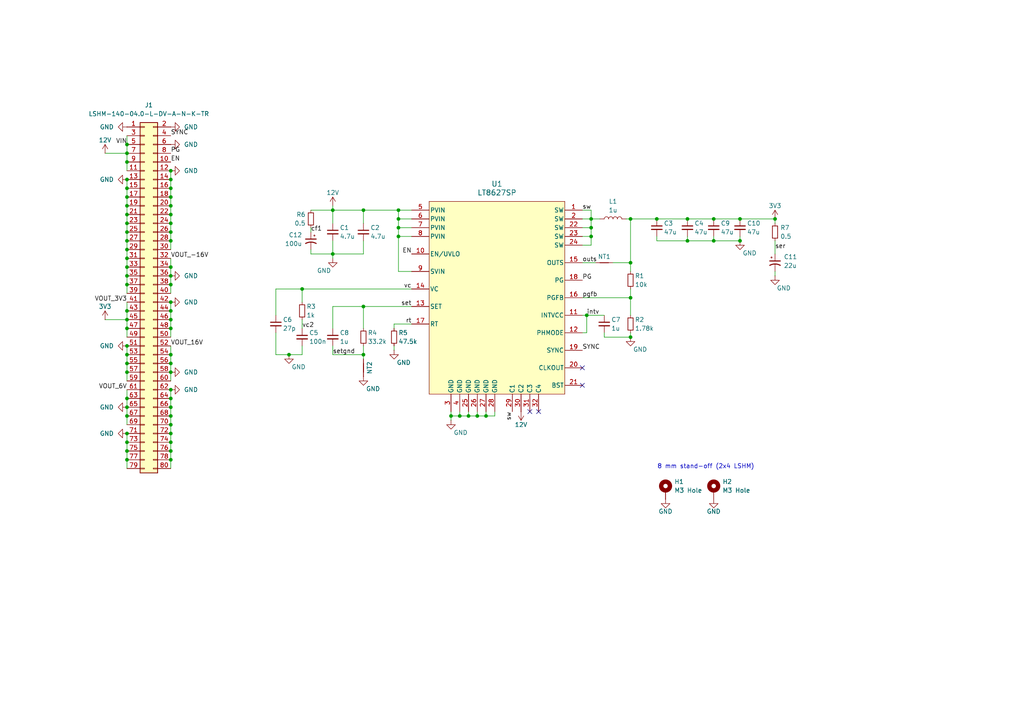
<source format=kicad_sch>
(kicad_sch (version 20250114) (generator "eeschema") (generator_version "9.0")
  (paper "A4")
  (lib_symbols
    (symbol "Connector_Generic:Conn_02x40_Odd_Even" (pin_names (offset 1.016) (hide yes))
      (property "Reference" "J" (at 1.27 50.8 0))
      (property "Value" "Conn_02x40_Odd_Even" (at 1.27 -53.34 0))
      (symbol "Conn_02x40_Odd_Even_1_1"
        (rectangle (start -1.27 49.53) (end 3.81 -52.07) (stroke (width 0.254)) (fill (type background)))
        (rectangle (start -1.27 48.387) (end 0 48.133) (stroke (width 0.1524)))
        (rectangle (start -1.27 45.847) (end 0 45.593) (stroke (width 0.1524)))
        (rectangle (start -1.27 43.307) (end 0 43.053) (stroke (width 0.1524)))
        (rectangle (start -1.27 40.767) (end 0 40.513) (stroke (width 0.1524)))
        (rectangle (start -1.27 38.227) (end 0 37.973) (stroke (width 0.1524)))
        (rectangle (start -1.27 35.687) (end 0 35.433) (stroke (width 0.1524)))
        (rectangle (start -1.27 33.147) (end 0 32.893) (stroke (width 0.1524)))
        (rectangle (start -1.27 30.607) (end 0 30.353) (stroke (width 0.1524)))
        (rectangle (start -1.27 28.067) (end 0 27.813) (stroke (width 0.1524)))
        (rectangle (start -1.27 25.527) (end 0 25.273) (stroke (width 0.1524)))
        (rectangle (start -1.27 22.987) (end 0 22.733) (stroke (width 0.1524)))
        (rectangle (start -1.27 20.447) (end 0 20.193) (stroke (width 0.1524)))
        (rectangle (start -1.27 17.907) (end 0 17.653) (stroke (width 0.1524)))
        (rectangle (start -1.27 15.367) (end 0 15.113) (stroke (width 0.1524)))
        (rectangle (start -1.27 12.827) (end 0 12.573) (stroke (width 0.1524)))
        (rectangle (start -1.27 10.287) (end 0 10.033) (stroke (width 0.1524)))
        (rectangle (start -1.27 7.747) (end 0 7.493) (stroke (width 0.1524)))
        (rectangle (start -1.27 5.207) (end 0 4.953) (stroke (width 0.1524)))
        (rectangle (start -1.27 2.667) (end 0 2.413) (stroke (width 0.1524)))
        (rectangle (start -1.27 0.127) (end 0 -0.127) (stroke (width 0.1524)))
        (rectangle (start -1.27 -2.413) (end 0 -2.667) (stroke (width 0.1524)))
        (rectangle (start -1.27 -4.953) (end 0 -5.207) (stroke (width 0.1524)))
        (rectangle (start -1.27 -7.493) (end 0 -7.747) (stroke (width 0.1524)))
        (rectangle (start -1.27 -10.033) (end 0 -10.287) (stroke (width 0.1524)))
        (rectangle (start -1.27 -12.573) (end 0 -12.827) (stroke (width 0.1524)))
        (rectangle (start -1.27 -15.113) (end 0 -15.367) (stroke (width 0.1524)))
        (rectangle (start -1.27 -17.653) (end 0 -17.907) (stroke (width 0.1524)))
        (rectangle (start -1.27 -20.193) (end 0 -20.447) (stroke (width 0.1524)))
        (rectangle (start -1.27 -22.733) (end 0 -22.987) (stroke (width 0.1524)))
        (rectangle (start -1.27 -25.273) (end 0 -25.527) (stroke (width 0.1524)))
        (rectangle (start -1.27 -27.813) (end 0 -28.067) (stroke (width 0.1524)))
        (rectangle (start -1.27 -30.353) (end 0 -30.607) (stroke (width 0.1524)))
        (rectangle (start -1.27 -32.893) (end 0 -33.147) (stroke (width 0.1524)))
        (rectangle (start -1.27 -35.433) (end 0 -35.687) (stroke (width 0.1524)))
        (rectangle (start -1.27 -37.973) (end 0 -38.227) (stroke (width 0.1524)))
        (rectangle (start -1.27 -40.513) (end 0 -40.767) (stroke (width 0.1524)))
        (rectangle (start -1.27 -43.053) (end 0 -43.307) (stroke (width 0.1524)))
        (rectangle (start -1.27 -45.593) (end 0 -45.847) (stroke (width 0.1524)))
        (rectangle (start -1.27 -48.133) (end 0 -48.387) (stroke (width 0.1524)))
        (rectangle (start -1.27 -50.673) (end 0 -50.927) (stroke (width 0.1524)))
        (rectangle (start 3.81 48.387) (end 2.54 48.133) (stroke (width 0.1524)))
        (rectangle (start 3.81 45.847) (end 2.54 45.593) (stroke (width 0.1524)))
        (rectangle (start 3.81 43.307) (end 2.54 43.053) (stroke (width 0.1524)))
        (rectangle (start 3.81 40.767) (end 2.54 40.513) (stroke (width 0.1524)))
        (rectangle (start 3.81 38.227) (end 2.54 37.973) (stroke (width 0.1524)))
        (rectangle (start 3.81 35.687) (end 2.54 35.433) (stroke (width 0.1524)))
        (rectangle (start 3.81 33.147) (end 2.54 32.893) (stroke (width 0.1524)))
        (rectangle (start 3.81 30.607) (end 2.54 30.353) (stroke (width 0.1524)))
        (rectangle (start 3.81 28.067) (end 2.54 27.813) (stroke (width 0.1524)))
        (rectangle (start 3.81 25.527) (end 2.54 25.273) (stroke (width 0.1524)))
        (rectangle (start 3.81 22.987) (end 2.54 22.733) (stroke (width 0.1524)))
        (rectangle (start 3.81 20.447) (end 2.54 20.193) (stroke (width 0.1524)))
        (rectangle (start 3.81 17.907) (end 2.54 17.653) (stroke (width 0.1524)))
        (rectangle (start 3.81 15.367) (end 2.54 15.113) (stroke (width 0.1524)))
        (rectangle (start 3.81 12.827) (end 2.54 12.573) (stroke (width 0.1524)))
        (rectangle (start 3.81 10.287) (end 2.54 10.033) (stroke (width 0.1524)))
        (rectangle (start 3.81 7.747) (end 2.54 7.493) (stroke (width 0.1524)))
        (rectangle (start 3.81 5.207) (end 2.54 4.953) (stroke (width 0.1524)))
        (rectangle (start 3.81 2.667) (end 2.54 2.413) (stroke (width 0.1524)))
        (rectangle (start 3.81 0.127) (end 2.54 -0.127) (stroke (width 0.1524)))
        (rectangle (start 3.81 -2.413) (end 2.54 -2.667) (stroke (width 0.1524)))
        (rectangle (start 3.81 -4.953) (end 2.54 -5.207) (stroke (width 0.1524)))
        (rectangle (start 3.81 -7.493) (end 2.54 -7.747) (stroke (width 0.1524)))
        (rectangle (start 3.81 -10.033) (end 2.54 -10.287) (stroke (width 0.1524)))
        (rectangle (start 3.81 -12.573) (end 2.54 -12.827) (stroke (width 0.1524)))
        (rectangle (start 3.81 -15.113) (end 2.54 -15.367) (stroke (width 0.1524)))
        (rectangle (start 3.81 -17.653) (end 2.54 -17.907) (stroke (width 0.1524)))
        (rectangle (start 3.81 -20.193) (end 2.54 -20.447) (stroke (width 0.1524)))
        (rectangle (start 3.81 -22.733) (end 2.54 -22.987) (stroke (width 0.1524)))
        (rectangle (start 3.81 -25.273) (end 2.54 -25.527) (stroke (width 0.1524)))
        (rectangle (start 3.81 -27.813) (end 2.54 -28.067) (stroke (width 0.1524)))
        (rectangle (start 3.81 -30.353) (end 2.54 -30.607) (stroke (width 0.1524)))
        (rectangle (start 3.81 -32.893) (end 2.54 -33.147) (stroke (width 0.1524)))
        (rectangle (start 3.81 -35.433) (end 2.54 -35.687) (stroke (width 0.1524)))
        (rectangle (start 3.81 -37.973) (end 2.54 -38.227) (stroke (width 0.1524)))
        (rectangle (start 3.81 -40.513) (end 2.54 -40.767) (stroke (width 0.1524)))
        (rectangle (start 3.81 -43.053) (end 2.54 -43.307) (stroke (width 0.1524)))
        (rectangle (start 3.81 -45.593) (end 2.54 -45.847) (stroke (width 0.1524)))
        (rectangle (start 3.81 -48.133) (end 2.54 -48.387) (stroke (width 0.1524)))
        (rectangle (start 3.81 -50.673) (end 2.54 -50.927) (stroke (width 0.1524)))
        (pin passive line (at -5.08 48.26 0) (length 3.81) (name "Pin_1") (number "1"))
        (pin passive line (at -5.08 45.72 0) (length 3.81) (name "Pin_3") (number "3"))
        (pin passive line (at -5.08 43.18 0) (length 3.81) (name "Pin_5") (number "5"))
        (pin passive line (at -5.08 40.64 0) (length 3.81) (name "Pin_7") (number "7"))
        (pin passive line (at -5.08 38.1 0) (length 3.81) (name "Pin_9") (number "9"))
        (pin passive line (at -5.08 35.56 0) (length 3.81) (name "Pin_11") (number "11"))
        (pin passive line (at -5.08 33.02 0) (length 3.81) (name "Pin_13") (number "13"))
        (pin passive line (at -5.08 30.48 0) (length 3.81) (name "Pin_15") (number "15"))
        (pin passive line (at -5.08 27.94 0) (length 3.81) (name "Pin_17") (number "17"))
        (pin passive line (at -5.08 25.4 0) (length 3.81) (name "Pin_19") (number "19"))
        (pin passive line (at -5.08 22.86 0) (length 3.81) (name "Pin_21") (number "21"))
        (pin passive line (at -5.08 20.32 0) (length 3.81) (name "Pin_23") (number "23"))
        (pin passive line (at -5.08 17.78 0) (length 3.81) (name "Pin_25") (number "25"))
        (pin passive line (at -5.08 15.24 0) (length 3.81) (name "Pin_27") (number "27"))
        (pin passive line (at -5.08 12.7 0) (length 3.81) (name "Pin_29") (number "29"))
        (pin passive line (at -5.08 10.16 0) (length 3.81) (name "Pin_31") (number "31"))
        (pin passive line (at -5.08 7.62 0) (length 3.81) (name "Pin_33") (number "33"))
        (pin passive line (at -5.08 5.08 0) (length 3.81) (name "Pin_35") (number "35"))
        (pin passive line (at -5.08 2.54 0) (length 3.81) (name "Pin_37") (number "37"))
        (pin passive line (at -5.08 0 0) (length 3.81) (name "Pin_39") (number "39"))
        (pin passive line (at -5.08 -2.54 0) (length 3.81) (name "Pin_41") (number "41"))
        (pin passive line (at -5.08 -5.08 0) (length 3.81) (name "Pin_43") (number "43"))
        (pin passive line (at -5.08 -7.62 0) (length 3.81) (name "Pin_45") (number "45"))
        (pin passive line (at -5.08 -10.16 0) (length 3.81) (name "Pin_47") (number "47"))
        (pin passive line (at -5.08 -12.7 0) (length 3.81) (name "Pin_49") (number "49"))
        (pin passive line (at -5.08 -15.24 0) (length 3.81) (name "Pin_51") (number "51"))
        (pin passive line (at -5.08 -17.78 0) (length 3.81) (name "Pin_53") (number "53"))
        (pin passive line (at -5.08 -20.32 0) (length 3.81) (name "Pin_55") (number "55"))
        (pin passive line (at -5.08 -22.86 0) (length 3.81) (name "Pin_57") (number "57"))
        (pin passive line (at -5.08 -25.4 0) (length 3.81) (name "Pin_59") (number "59"))
        (pin passive line (at -5.08 -27.94 0) (length 3.81) (name "Pin_61") (number "61"))
        (pin passive line (at -5.08 -30.48 0) (length 3.81) (name "Pin_63") (number "63"))
        (pin passive line (at -5.08 -33.02 0) (length 3.81) (name "Pin_65") (number "65"))
        (pin passive line (at -5.08 -35.56 0) (length 3.81) (name "Pin_67") (number "67"))
        (pin passive line (at -5.08 -38.1 0) (length 3.81) (name "Pin_69") (number "69"))
        (pin passive line (at -5.08 -40.64 0) (length 3.81) (name "Pin_71") (number "71"))
        (pin passive line (at -5.08 -43.18 0) (length 3.81) (name "Pin_73") (number "73"))
        (pin passive line (at -5.08 -45.72 0) (length 3.81) (name "Pin_75") (number "75"))
        (pin passive line (at -5.08 -48.26 0) (length 3.81) (name "Pin_77") (number "77"))
        (pin passive line (at -5.08 -50.8 0) (length 3.81) (name "Pin_79") (number "79"))
        (pin passive line (at 7.62 48.26 180) (length 3.81) (name "Pin_2") (number "2"))
        (pin passive line (at 7.62 45.72 180) (length 3.81) (name "Pin_4") (number "4"))
        (pin passive line (at 7.62 43.18 180) (length 3.81) (name "Pin_6") (number "6"))
        (pin passive line (at 7.62 40.64 180) (length 3.81) (name "Pin_8") (number "8"))
        (pin passive line (at 7.62 38.1 180) (length 3.81) (name "Pin_10") (number "10"))
        (pin passive line (at 7.62 35.56 180) (length 3.81) (name "Pin_12") (number "12"))
        (pin passive line (at 7.62 33.02 180) (length 3.81) (name "Pin_14") (number "14"))
        (pin passive line (at 7.62 30.48 180) (length 3.81) (name "Pin_16") (number "16"))
        (pin passive line (at 7.62 27.94 180) (length 3.81) (name "Pin_18") (number "18"))
        (pin passive line (at 7.62 25.4 180) (length 3.81) (name "Pin_20") (number "20"))
        (pin passive line (at 7.62 22.86 180) (length 3.81) (name "Pin_22") (number "22"))
        (pin passive line (at 7.62 20.32 180) (length 3.81) (name "Pin_24") (number "24"))
        (pin passive line (at 7.62 17.78 180) (length 3.81) (name "Pin_26") (number "26"))
        (pin passive line (at 7.62 15.24 180) (length 3.81) (name "Pin_28") (number "28"))
        (pin passive line (at 7.62 12.7 180) (length 3.81) (name "Pin_30") (number "30"))
        (pin passive line (at 7.62 10.16 180) (length 3.81) (name "Pin_32") (number "32"))
        (pin passive line (at 7.62 7.62 180) (length 3.81) (name "Pin_34") (number "34"))
        (pin passive line (at 7.62 5.08 180) (length 3.81) (name "Pin_36") (number "36"))
        (pin passive line (at 7.62 2.54 180) (length 3.81) (name "Pin_38") (number "38"))
        (pin passive line (at 7.62 0 180) (length 3.81) (name "Pin_40") (number "40"))
        (pin passive line (at 7.62 -2.54 180) (length 3.81) (name "Pin_42") (number "42"))
        (pin passive line (at 7.62 -5.08 180) (length 3.81) (name "Pin_44") (number "44"))
        (pin passive line (at 7.62 -7.62 180) (length 3.81) (name "Pin_46") (number "46"))
        (pin passive line (at 7.62 -10.16 180) (length 3.81) (name "Pin_48") (number "48"))
        (pin passive line (at 7.62 -12.7 180) (length 3.81) (name "Pin_50") (number "50"))
        (pin passive line (at 7.62 -15.24 180) (length 3.81) (name "Pin_52") (number "52"))
        (pin passive line (at 7.62 -17.78 180) (length 3.81) (name "Pin_54") (number "54"))
        (pin passive line (at 7.62 -20.32 180) (length 3.81) (name "Pin_56") (number "56"))
        (pin passive line (at 7.62 -22.86 180) (length 3.81) (name "Pin_58") (number "58"))
        (pin passive line (at 7.62 -25.4 180) (length 3.81) (name "Pin_60") (number "60"))
        (pin passive line (at 7.62 -27.94 180) (length 3.81) (name "Pin_62") (number "62"))
        (pin passive line (at 7.62 -30.48 180) (length 3.81) (name "Pin_64") (number "64"))
        (pin passive line (at 7.62 -33.02 180) (length 3.81) (name "Pin_66") (number "66"))
        (pin passive line (at 7.62 -35.56 180) (length 3.81) (name "Pin_68") (number "68"))
        (pin passive line (at 7.62 -38.1 180) (length 3.81) (name "Pin_70") (number "70"))
        (pin passive line (at 7.62 -40.64 180) (length 3.81) (name "Pin_72") (number "72"))
        (pin passive line (at 7.62 -43.18 180) (length 3.81) (name "Pin_74") (number "74"))
        (pin passive line (at 7.62 -45.72 180) (length 3.81) (name "Pin_76") (number "76"))
        (pin passive line (at 7.62 -48.26 180) (length 3.81) (name "Pin_78") (number "78"))
        (pin passive line (at 7.62 -50.8 180) (length 3.81) (name "Pin_80") (number "80"))
      )
    )
    (symbol "Device:C_Polarized_Small_US" (pin_numbers (hide yes)) (pin_names (offset 0.254) (hide yes))
      (property "Reference" "C" (at 0.254 1.778 0))
      (property "Value" "C_Polarized_Small_US" (at 0.254 -2.032 0))
      (symbol "C_Polarized_Small_US_0_1"
        (polyline (pts (xy -1.524 0.508) (xy 1.524 0.508)) (stroke (width 0.3048)))
        (polyline (pts (xy -1.27 1.524) (xy -0.762 1.524)))
        (polyline (pts (xy -1.016 1.27) (xy -1.016 1.778)))
        (arc (start -1.524 -0.762) (mid 0 -0.3734) (end 1.524 -0.762) (stroke (width 0.3048)))
      )
      (symbol "C_Polarized_Small_US_1_1"
        (pin passive line (at 0 2.54 270) (length 2.032) (name "~") (number "1"))
        (pin passive line (at 0 -2.54 90) (length 2.032) (name "~") (number "2"))
      )
    )
    (symbol "Device:C_Small" (pin_numbers (hide yes)) (pin_names (offset 0.254) (hide yes))
      (property "Reference" "C" (at 0.254 1.778 0))
      (property "Value" "C_Small" (at 0.254 -2.032 0))
      (symbol "C_Small_0_1"
        (polyline (pts (xy -1.524 0.508) (xy 1.524 0.508)) (stroke (width 0.3048)))
        (polyline (pts (xy -1.524 -0.508) (xy 1.524 -0.508)) (stroke (width 0.3302)))
      )
      (symbol "C_Small_1_1"
        (pin passive line (at 0 2.54 270) (length 2.032) (name "~") (number "1"))
        (pin passive line (at 0 -2.54 90) (length 2.032) (name "~") (number "2"))
      )
    )
    (symbol "Device:L" (pin_numbers (hide yes)) (pin_names (offset 1.016) (hide yes))
      (property "Reference" "L" (at -1.27 0 90))
      (property "Value" "L" (at 1.905 0 90))
      (symbol "L_0_1"
        (arc (start 0 2.54) (mid 0.6323 1.905) (end 0 1.27))
        (arc (start 0 1.27) (mid 0.6323 0.635) (end 0 0))
        (arc (start 0 0) (mid 0.6323 -0.635) (end 0 -1.27))
        (arc (start 0 -1.27) (mid 0.6323 -1.905) (end 0 -2.54))
      )
      (symbol "L_1_1"
        (pin passive line (at 0 3.81 270) (length 1.27) (name "1") (number "1"))
        (pin passive line (at 0 -3.81 90) (length 1.27) (name "2") (number "2"))
      )
    )
    (symbol "Device:NetTie_2" (pin_numbers (hide yes)) (pin_names (offset 0) (hide yes)) (in_bom no)
      (property "Reference" "NT" (at 0 1.27 0))
      (property "Value" "NetTie_2" (at 0 -1.27 0))
      (symbol "NetTie_2_0_1"
        (polyline (pts (xy -1.27 0) (xy 1.27 0)) (stroke (width 0.254)))
      )
      (symbol "NetTie_2_1_1"
        (pin passive line (at -2.54 0 0) (length 2.54) (name "1") (number "1"))
        (pin passive line (at 2.54 0 180) (length 2.54) (name "2") (number "2"))
      )
    )
    (symbol "Device:R_Small" (pin_numbers (hide yes)) (pin_names (offset 0.254) (hide yes))
      (property "Reference" "R" (at 0 0 90))
      (property "Value" "R_Small" (at 1.778 0 90))
      (symbol "R_Small_0_1"
        (rectangle (start -0.762 1.778) (end 0.762 -1.778) (stroke (width 0.2032)))
      )
      (symbol "R_Small_1_1"
        (pin passive line (at 0 2.54 270) (length 0.762) (name "~") (number "1"))
        (pin passive line (at 0 -2.54 90) (length 0.762) (name "~") (number "2"))
      )
    )
    (symbol "Mechanical:MountingHole_Pad" (pin_numbers (hide yes)) (pin_names (offset 1.016) (hide yes)) (in_bom no)
      (property "Reference" "H" (at 0 6.35 0))
      (property "Value" "MountingHole_Pad" (at 0 4.445 0))
      (symbol "MountingHole_Pad_0_1"
        (circle (center 0 1.27) (radius 1.27) (stroke (width 1.27)))
      )
      (symbol "MountingHole_Pad_1_1"
        (pin input line (at 0 -2.54 90) (length 2.54) (name "1") (number "1"))
      )
    )
    (symbol "lib:LT8627SP" (pin_names (offset 0.254))
      (property "Reference" "U" (at 0.254 30.734 0))
      (property "Value" "LT8627SP" (at 0.254 28.194 0))
      (symbol "LT8627SP_1_1"
        (rectangle (start -19.05 25.4) (end 20.32 -30.48) (fill (type background)))
        (pin power_in line (at -24.13 22.86 0) (length 5.08) (name "PVIN") (number "5"))
        (pin power_in line (at -24.13 20.32 0) (length 5.08) (name "PVIN") (number "6"))
        (pin power_in line (at -24.13 17.78 0) (length 5.08) (name "PVIN") (number "7"))
        (pin power_in line (at -24.13 15.24 0) (length 5.08) (name "PVIN") (number "8"))
        (pin unspecified line (at -24.13 10.16 0) (length 5.08) (name "EN/UVLO") (number "10"))
        (pin unspecified line (at -24.13 5.08 0) (length 5.08) (name "SVIN") (number "9"))
        (pin unspecified line (at -24.13 0 0) (length 5.08) (name "VC") (number "14"))
        (pin unspecified line (at -24.13 -5.08 0) (length 5.08) (name "SET") (number "13"))
        (pin unspecified line (at -24.13 -10.16 0) (length 5.08) (name "RT") (number "17"))
        (pin power_out line (at -12.7 -35.56 90) (length 5.08) (name "GND") (number "3"))
        (pin power_out line (at -10.16 -35.56 90) (length 5.08) (name "GND") (number "4"))
        (pin power_out line (at -7.62 -35.56 90) (length 5.08) (name "GND") (number "25"))
        (pin power_out line (at -5.08 -35.56 90) (length 5.08) (name "GND") (number "26"))
        (pin power_out line (at -2.54 -35.56 90) (length 5.08) (name "GND") (number "27"))
        (pin power_out line (at 0 -35.56 90) (length 5.08) (name "GND") (number "28"))
        (pin free line (at 5.08 -35.56 90) (length 5.08) (name "C1") (number "29"))
        (pin free line (at 7.62 -35.56 90) (length 5.08) (name "C2") (number "30"))
        (pin free line (at 10.16 -35.56 90) (length 5.08) (name "C3") (number "31"))
        (pin free line (at 12.7 -35.56 90) (length 5.08) (name "C4") (number "32"))
        (pin unspecified line (at 25.4 22.86 180) (length 5.08) (name "SW") (number "1"))
        (pin unspecified line (at 25.4 20.32 180) (length 5.08) (name "SW") (number "2"))
        (pin unspecified line (at 25.4 17.78 180) (length 5.08) (name "SW") (number "22"))
        (pin unspecified line (at 25.4 15.24 180) (length 5.08) (name "SW") (number "23"))
        (pin unspecified line (at 25.4 12.7 180) (length 5.08) (name "SW") (number "24"))
        (pin unspecified line (at 25.4 7.62 180) (length 5.08) (name "OUTS") (number "15"))
        (pin unspecified line (at 25.4 2.54 180) (length 5.08) (name "PG") (number "18"))
        (pin unspecified line (at 25.4 -2.54 180) (length 5.08) (name "PGFB") (number "16"))
        (pin unspecified line (at 25.4 -7.62 180) (length 5.08) (name "INTVCC") (number "11"))
        (pin unspecified line (at 25.4 -12.7 180) (length 5.08) (name "PHMODE") (number "12"))
        (pin unspecified line (at 25.4 -17.78 180) (length 5.08) (name "SYNC") (number "19"))
        (pin output line (at 25.4 -22.86 180) (length 5.08) (name "CLKOUT") (number "20"))
        (pin unspecified line (at 25.4 -27.94 180) (length 5.08) (name "BST") (number "21"))
      )
    )
    (symbol "power:+12V" (power) (pin_numbers (hide yes)) (pin_names (offset 0) (hide yes))
      (property "Value" "+12V" (at 0 3.556 0))
      (symbol "+12V_0_1"
        (polyline (pts (xy -0.762 1.27) (xy 0 2.54)))
        (polyline (pts (xy 0 2.54) (xy 0.762 1.27)))
        (polyline (pts (xy 0 0) (xy 0 2.54)))
      )
      (symbol "+12V_1_1"
        (pin power_in line (at 0 0 90) (length 0) (name "~") (number "1"))
      )
    )
    (symbol "power:GND" (power) (pin_numbers (hide yes)) (pin_names (offset 0) (hide yes))
      (property "Value" "GND" (at 0 -3.81 0))
      (symbol "GND_0_1"
        (polyline (pts (xy 0 0) (xy 0 -1.27) (xy 1.27 -1.27) (xy 0 -2.54) (xy -1.27 -1.27) (xy 0 -1.27)))
      )
      (symbol "GND_1_1"
        (pin power_in line (at 0 0 270) (length 0) (name "~") (number "1"))
      )
    )
  )
  (text "8 mm stand-off (2x4 LSHM)" (at 204.724 135.382 0) (effects (font (size 1.27 1.27))))
  (junction (at 182.88 86.36))
  (junction (at 170.18 91.44))
  (junction (at 207.01 63.5))
  (junction (at 115.57 63.5))
  (junction (at 36.83 74.93))
  (junction (at 105.41 102.87))
  (junction (at 49.53 54.61))
  (junction (at 36.83 118.11))
  (junction (at 49.53 82.55))
  (junction (at 49.53 52.07))
  (junction (at 96.52 73.66))
  (junction (at 49.53 125.73))
  (junction (at 36.83 128.27))
  (junction (at 199.39 69.85))
  (junction (at 115.57 66.04))
  (junction (at 36.83 133.35))
  (junction (at 36.83 100.33))
  (junction (at 49.53 123.19))
  (junction (at 36.83 44.45))
  (junction (at 49.53 95.25))
  (junction (at 49.53 77.47))
  (junction (at 36.83 59.69))
  (junction (at 224.79 63.5))
  (junction (at 182.88 63.5))
  (junction (at 49.53 128.27))
  (junction (at 207.01 69.85))
  (junction (at 36.83 107.95))
  (junction (at 115.57 60.96))
  (junction (at 49.53 102.87))
  (junction (at 36.83 52.07))
  (junction (at 36.83 77.47))
  (junction (at 49.53 113.03))
  (junction (at 36.83 72.39))
  (junction (at 115.57 68.58))
  (junction (at 49.53 62.23))
  (junction (at 96.52 60.96))
  (junction (at 36.83 41.91))
  (junction (at 49.53 49.53))
  (junction (at 36.83 92.71))
  (junction (at 214.63 69.85))
  (junction (at 49.53 115.57))
  (junction (at 49.53 92.71))
  (junction (at 49.53 64.77))
  (junction (at 171.45 66.04))
  (junction (at 190.5 63.5))
  (junction (at 36.83 130.81))
  (junction (at 214.63 63.5))
  (junction (at 87.63 83.82))
  (junction (at 49.53 90.17))
  (junction (at 140.97 120.65))
  (junction (at 36.83 67.31))
  (junction (at 36.83 57.15))
  (junction (at 49.53 130.81))
  (junction (at 36.83 80.01))
  (junction (at 199.39 63.5))
  (junction (at 49.53 105.41))
  (junction (at 83.82 102.87))
  (junction (at 135.89 120.65))
  (junction (at 36.83 102.87))
  (junction (at 49.53 87.63))
  (junction (at 49.53 120.65))
  (junction (at 49.53 107.95))
  (junction (at 49.53 80.01))
  (junction (at 36.83 125.73))
  (junction (at 49.53 67.31))
  (junction (at 49.53 59.69))
  (junction (at 36.83 95.25))
  (junction (at 105.41 60.96))
  (junction (at 36.83 120.65))
  (junction (at 133.35 120.65))
  (junction (at 36.83 82.55))
  (junction (at 49.53 118.11))
  (junction (at 36.83 115.57))
  (junction (at 36.83 64.77))
  (junction (at 36.83 62.23))
  (junction (at 182.88 76.2))
  (junction (at 138.43 120.65))
  (junction (at 36.83 90.17))
  (junction (at 36.83 54.61))
  (junction (at 171.45 63.5))
  (junction (at 36.83 105.41))
  (junction (at 105.41 88.9))
  (junction (at 36.83 46.99))
  (junction (at 49.53 69.85))
  (junction (at 182.88 97.79))
  (junction (at 36.83 69.85))
  (junction (at 49.53 133.35))
  (junction (at 49.53 57.15))
  (junction (at 171.45 68.58))
  (junction (at 130.81 120.65))
  (no_connect (at 168.91 106.68))
  (no_connect (at 168.91 111.76))
  (no_connect (at 153.67 119.38))
  (no_connect (at 156.21 119.38))
  (wire (pts (xy 36.83 113.03) (xy 36.83 115.57)))
  (wire (pts (xy 30.48 44.45) (xy 36.83 44.45)))
  (wire (pts (xy 168.91 76.2) (xy 172.72 76.2)))
  (wire (pts (xy 87.63 100.33) (xy 87.63 102.87)))
  (wire (pts (xy 171.45 71.12) (xy 171.45 68.58)))
  (wire (pts (xy 80.01 91.44) (xy 80.01 83.82)))
  (wire (pts (xy 49.53 128.27) (xy 49.53 130.81)))
  (wire (pts (xy 182.88 76.2) (xy 182.88 63.5)))
  (wire (pts (xy 168.91 91.44) (xy 170.18 91.44)))
  (wire (pts (xy 36.83 105.41) (xy 36.83 107.95)))
  (wire (pts (xy 36.83 52.07) (xy 36.83 54.61)))
  (wire (pts (xy 87.63 83.82) (xy 119.38 83.82)))
  (wire (pts (xy 36.83 118.11) (xy 36.83 115.57)))
  (wire (pts (xy 96.52 74.93) (xy 96.52 73.66)))
  (wire (pts (xy 49.53 54.61) (xy 49.53 57.15)))
  (wire (pts (xy 36.83 77.47) (xy 36.83 80.01)))
  (wire (pts (xy 36.83 59.69) (xy 36.83 62.23)))
  (wire (pts (xy 36.83 125.73) (xy 36.83 128.27)))
  (wire (pts (xy 177.8 76.2) (xy 182.88 76.2)))
  (wire (pts (xy 96.52 73.66) (xy 105.41 73.66)))
  (wire (pts (xy 182.88 83.82) (xy 182.88 86.36)))
  (wire (pts (xy 49.53 125.73) (xy 49.53 128.27)))
  (wire (pts (xy 182.88 96.52) (xy 182.88 97.79)))
  (wire (pts (xy 207.01 69.85) (xy 199.39 69.85)))
  (wire (pts (xy 36.83 107.95) (xy 36.83 110.49)))
  (wire (pts (xy 115.57 63.5) (xy 119.38 63.5)))
  (wire (pts (xy 105.41 100.33) (xy 105.41 102.87)))
  (wire (pts (xy 207.01 68.58) (xy 207.01 69.85)))
  (wire (pts (xy 36.83 133.35) (xy 36.83 135.89)))
  (wire (pts (xy 130.81 120.65) (xy 130.81 119.38)))
  (wire (pts (xy 168.91 66.04) (xy 171.45 66.04)))
  (wire (pts (xy 36.83 41.91) (xy 36.83 39.37)))
  (wire (pts (xy 105.41 88.9) (xy 119.38 88.9)))
  (wire (pts (xy 36.83 92.71) (xy 36.83 95.25)))
  (wire (pts (xy 115.57 66.04) (xy 119.38 66.04)))
  (wire (pts (xy 80.01 102.87) (xy 83.82 102.87)))
  (wire (pts (xy 182.88 76.2) (xy 182.88 78.74)))
  (wire (pts (xy 49.53 105.41) (xy 49.53 107.95)))
  (wire (pts (xy 36.83 95.25) (xy 36.83 97.79)))
  (wire (pts (xy 105.41 104.14) (xy 105.41 102.87)))
  (wire (pts (xy 115.57 78.74) (xy 115.57 68.58)))
  (wire (pts (xy 49.53 120.65) (xy 49.53 123.19)))
  (wire (pts (xy 80.01 96.52) (xy 80.01 102.87)))
  (wire (pts (xy 49.53 123.19) (xy 49.53 125.73)))
  (wire (pts (xy 36.83 90.17) (xy 36.83 92.71)))
  (wire (pts (xy 168.91 96.52) (xy 170.18 96.52)))
  (wire (pts (xy 49.53 92.71) (xy 49.53 95.25)))
  (wire (pts (xy 36.83 64.77) (xy 36.83 67.31)))
  (wire (pts (xy 49.53 67.31) (xy 49.53 69.85)))
  (wire (pts (xy 49.53 74.93) (xy 49.53 77.47)))
  (wire (pts (xy 36.83 57.15) (xy 36.83 59.69)))
  (wire (pts (xy 96.52 60.96) (xy 105.41 60.96)))
  (wire (pts (xy 36.83 44.45) (xy 36.83 46.99)))
  (wire (pts (xy 115.57 68.58) (xy 115.57 66.04)))
  (wire (pts (xy 49.53 62.23) (xy 49.53 64.77)))
  (wire (pts (xy 182.88 63.5) (xy 190.5 63.5)))
  (wire (pts (xy 214.63 68.58) (xy 214.63 69.85)))
  (wire (pts (xy 105.41 73.66) (xy 105.41 69.85)))
  (wire (pts (xy 135.89 120.65) (xy 138.43 120.65)))
  (wire (pts (xy 96.52 102.87) (xy 105.41 102.87)))
  (wire (pts (xy 90.17 60.96) (xy 96.52 60.96)))
  (wire (pts (xy 214.63 63.5) (xy 207.01 63.5)))
  (wire (pts (xy 105.41 64.77) (xy 105.41 60.96)))
  (wire (pts (xy 138.43 119.38) (xy 138.43 120.65)))
  (wire (pts (xy 96.52 64.77) (xy 96.52 60.96)))
  (wire (pts (xy 96.52 73.66) (xy 96.52 69.85)))
  (wire (pts (xy 96.52 59.69) (xy 96.52 60.96)))
  (wire (pts (xy 130.81 120.65) (xy 133.35 120.65)))
  (wire (pts (xy 171.45 66.04) (xy 171.45 63.5)))
  (wire (pts (xy 140.97 120.65) (xy 143.51 120.65)))
  (wire (pts (xy 224.79 73.66) (xy 224.79 69.85)))
  (wire (pts (xy 96.52 88.9) (xy 105.41 88.9)))
  (wire (pts (xy 36.83 80.01) (xy 36.83 82.55)))
  (wire (pts (xy 168.91 63.5) (xy 171.45 63.5)))
  (wire (pts (xy 115.57 63.5) (xy 115.57 60.96)))
  (wire (pts (xy 49.53 115.57) (xy 49.53 118.11)))
  (wire (pts (xy 182.88 86.36) (xy 182.88 91.44)))
  (wire (pts (xy 36.83 120.65) (xy 36.83 123.19)))
  (wire (pts (xy 199.39 69.85) (xy 199.39 68.58)))
  (wire (pts (xy 133.35 120.65) (xy 135.89 120.65)))
  (wire (pts (xy 49.53 118.11) (xy 49.53 120.65)))
  (wire (pts (xy 90.17 73.66) (xy 96.52 73.66)))
  (wire (pts (xy 36.83 67.31) (xy 36.83 69.85)))
  (wire (pts (xy 49.53 113.03) (xy 49.53 115.57)))
  (wire (pts (xy 170.18 91.44) (xy 170.18 96.52)))
  (wire (pts (xy 224.79 64.77) (xy 224.79 63.5)))
  (wire (pts (xy 190.5 68.58) (xy 190.5 69.85)))
  (wire (pts (xy 36.83 46.99) (xy 36.83 49.53)))
  (wire (pts (xy 168.91 86.36) (xy 182.88 86.36)))
  (wire (pts (xy 49.53 87.63) (xy 49.53 90.17)))
  (wire (pts (xy 90.17 72.39) (xy 90.17 73.66)))
  (wire (pts (xy 36.83 102.87) (xy 36.83 105.41)))
  (wire (pts (xy 175.26 91.44) (xy 170.18 91.44)))
  (wire (pts (xy 49.53 49.53) (xy 49.53 52.07)))
  (wire (pts (xy 30.48 92.71) (xy 36.83 92.71)))
  (wire (pts (xy 168.91 71.12) (xy 171.45 71.12)))
  (wire (pts (xy 119.38 93.98) (xy 114.3 93.98)))
  (wire (pts (xy 135.89 119.38) (xy 135.89 120.65)))
  (wire (pts (xy 80.01 83.82) (xy 87.63 83.82)))
  (wire (pts (xy 36.83 41.91) (xy 36.83 44.45)))
  (wire (pts (xy 133.35 119.38) (xy 133.35 120.65)))
  (wire (pts (xy 36.83 118.11) (xy 36.83 120.65)))
  (wire (pts (xy 49.53 69.85) (xy 49.53 72.39)))
  (wire (pts (xy 49.53 102.87) (xy 49.53 105.41)))
  (wire (pts (xy 168.91 60.96) (xy 171.45 60.96)))
  (wire (pts (xy 140.97 119.38) (xy 140.97 120.65)))
  (wire (pts (xy 214.63 69.85) (xy 207.01 69.85)))
  (wire (pts (xy 83.82 102.87) (xy 87.63 102.87)))
  (wire (pts (xy 49.53 130.81) (xy 49.53 133.35)))
  (wire (pts (xy 49.53 90.17) (xy 49.53 92.71)))
  (wire (pts (xy 49.53 52.07) (xy 49.53 54.61)))
  (wire (pts (xy 87.63 87.63) (xy 87.63 83.82)))
  (wire (pts (xy 36.83 100.33) (xy 36.83 102.87)))
  (wire (pts (xy 36.83 128.27) (xy 36.83 130.81)))
  (wire (pts (xy 36.83 62.23) (xy 36.83 64.77)))
  (wire (pts (xy 49.53 80.01) (xy 49.53 82.55)))
  (wire (pts (xy 36.83 87.63) (xy 36.83 90.17)))
  (wire (pts (xy 190.5 63.5) (xy 199.39 63.5)))
  (wire (pts (xy 49.53 95.25) (xy 49.53 97.79)))
  (wire (pts (xy 171.45 68.58) (xy 171.45 66.04)))
  (wire (pts (xy 181.61 63.5) (xy 182.88 63.5)))
  (wire (pts (xy 114.3 93.98) (xy 114.3 95.25)))
  (wire (pts (xy 36.83 74.93) (xy 36.83 77.47)))
  (wire (pts (xy 36.83 130.81) (xy 36.83 133.35)))
  (wire (pts (xy 190.5 69.85) (xy 199.39 69.85)))
  (wire (pts (xy 175.26 97.79) (xy 182.88 97.79)))
  (wire (pts (xy 138.43 120.65) (xy 140.97 120.65)))
  (wire (pts (xy 49.53 82.55) (xy 49.53 85.09)))
  (wire (pts (xy 49.53 64.77) (xy 49.53 67.31)))
  (wire (pts (xy 114.3 101.6) (xy 114.3 100.33)))
  (wire (pts (xy 36.83 54.61) (xy 36.83 57.15)))
  (wire (pts (xy 49.53 107.95) (xy 49.53 110.49)))
  (wire (pts (xy 49.53 133.35) (xy 49.53 135.89)))
  (wire (pts (xy 36.83 72.39) (xy 36.83 74.93)))
  (wire (pts (xy 36.83 69.85) (xy 36.83 72.39)))
  (wire (pts (xy 214.63 63.5) (xy 224.79 63.5)))
  (wire (pts (xy 207.01 63.5) (xy 199.39 63.5)))
  (wire (pts (xy 90.17 67.31) (xy 90.17 66.04)))
  (wire (pts (xy 49.53 59.69) (xy 49.53 62.23)))
  (wire (pts (xy 115.57 66.04) (xy 115.57 63.5)))
  (wire (pts (xy 119.38 78.74) (xy 115.57 78.74)))
  (wire (pts (xy 96.52 100.33) (xy 96.52 102.87)))
  (wire (pts (xy 175.26 96.52) (xy 175.26 97.79)))
  (wire (pts (xy 49.53 57.15) (xy 49.53 59.69)))
  (wire (pts (xy 224.79 80.01) (xy 224.79 78.74)))
  (wire (pts (xy 105.41 60.96) (xy 115.57 60.96)))
  (wire (pts (xy 96.52 95.25) (xy 96.52 88.9)))
  (wire (pts (xy 115.57 60.96) (xy 119.38 60.96)))
  (wire (pts (xy 171.45 63.5) (xy 171.45 60.96)))
  (wire (pts (xy 49.53 77.47) (xy 49.53 80.01)))
  (wire (pts (xy 143.51 119.38) (xy 143.51 120.65)))
  (wire (pts (xy 115.57 68.58) (xy 119.38 68.58)))
  (wire (pts (xy 171.45 63.5) (xy 173.99 63.5)))
  (wire (pts (xy 36.83 82.55) (xy 36.83 85.09)))
  (wire (pts (xy 49.53 100.33) (xy 49.53 102.87)))
  (wire (pts (xy 87.63 92.71) (xy 87.63 95.25)))
  (wire (pts (xy 168.91 68.58) (xy 171.45 68.58)))
  (wire (pts (xy 130.81 121.92) (xy 130.81 120.65)))
  (wire (pts (xy 105.41 95.25) (xy 105.41 88.9)))
  (label "intv" (at 170.18 91.44 0))
  (label "VOUT_3V3" (at 36.83 87.63 180))
  (label "setgnd" (at 96.52 102.87 0))
  (label "outs" (at 168.91 76.2 0))
  (label "vc2" (at 87.63 95.25 0))
  (label "SYNC" (at 49.53 39.37 0))
  (label "set" (at 119.38 88.9 180))
  (label "SYNC" (at 168.91 101.6 0))
  (label "cf1" (at 90.17 67.31 0))
  (label "rt" (at 119.38 93.98 180))
  (label "pgfb" (at 168.91 86.36 0))
  (label "VOUT_6V" (at 36.83 113.03 180))
  (label "vc" (at 119.38 83.82 180))
  (label "PG" (at 49.53 44.45 0))
  (label "VOUT_-16V" (at 49.53 74.93 0))
  (label "ser" (at 224.79 72.39 0))
  (label "VOUT_16V" (at 49.53 100.33 0))
  (label "sw" (at 148.59 119.38 270))
  (label "EN" (at 119.38 73.66 180))
  (label "VIN" (at 36.83 41.91 180))
  (label "sw" (at 168.91 60.96 0))
  (label "EN" (at 49.53 46.99 0))
  (label "PG" (at 168.91 81.28 0))
  (symbol (lib_id "Device:R_Small") (at 182.88 81.28 0) (unit 1)
    (property "Reference" "R1" (at 184.15 80.01 0) (effects (justify left)))
    (property "Value" "10k" (at 184.15 82.55 0) (effects (justify left)))
    (property "Footprint" "Resistor_SMD:R_0603_1608Metric" (effects (hide yes)))
    (property "Description" "10 kOhms ±1% 0.125W, 1/8W Chip Resistor 0603 (1608 Metric) Automotive AEC-Q200 Thick Film" (effects (hide yes)))
    (property "M" "Vishay" (effects (hide yes)))
    (property "MPN" "CRCW060310K0FKEA" (effects (hide yes)))
  )
  (symbol (lib_id "Device:R_Small") (at 105.41 97.79 0) (unit 1)
    (property "Reference" "R4" (at 106.68 96.52 0) (effects (justify left)))
    (property "Value" "33.2k" (at 106.68 99.06 0) (effects (justify left)))
    (property "Footprint" "Resistor_SMD:R_0603_1608Metric" (effects (hide yes)))
    (property "Description" "33.2 kOhms ±1% 0.125W, 1/8W Chip Resistor 0603 (1608 Metric) Automotive AEC-Q200 Thick Film" (effects (hide yes)))
    (property "M" "Vishay" (effects (hide yes)))
    (property "MPN" "CRCW060333K2FKEA" (effects (hide yes)))
  )
  (symbol (lib_id "power:GND") (at 49.53 87.63 90) (unit 1)
    (property "Reference" "#PWR012" (effects (hide yes)))
    (property "Value" "GND" (at 53.34 87.6299 90) (effects (justify right)))
    (property "Description" "Power symbol creates a global label with name \"GND\" , ground" (effects (hide yes)))
  )
  (symbol (lib_id "Device:R_Small") (at 182.88 93.98 0) (unit 1)
    (property "Reference" "R2" (at 184.15 92.71 0) (effects (justify left)))
    (property "Value" "1.78k" (at 184.15 95.25 0) (effects (justify left)))
    (property "Footprint" "Resistor_SMD:R_0603_1608Metric" (effects (hide yes)))
    (property "Description" "1.78 kOhms ±1% 0.125W, 1/8W Chip Resistor 0603 (1608 Metric) Automotive AEC-Q200 Thick Film" (effects (hide yes)))
    (property "M" "Vishay" (effects (hide yes)))
    (property "MPN" "CRCW06031K78FKEA" (effects (hide yes)))
  )
  (symbol (lib_id "power:GND") (at 193.04 144.78 0) (unit 1)
    (property "Reference" "#PWR025" (effects (hide yes)))
    (property "Value" "GND" (at 195.072 148.336 0) (effects (justify right)))
    (property "Description" "Power symbol creates a global label with name \"GND\" , ground" (effects (hide yes)))
  )
  (symbol (lib_id "Device:C_Small") (at 190.5 66.04 0) (unit 1)
    (property "Reference" "C3" (at 192.532 64.77 0) (effects (justify left)))
    (property "Value" "47u" (at 192.532 67.31 0) (effects (justify left)))
    (property "Footprint" "Capacitor_SMD:C_1210_3225Metric" (effects (hide yes)))
    (property "Description" "47 µF ±20% 25V Ceramic Capacitor X5R 1210 (3225 Metric)" (effects (hide yes)))
    (property "M" "TAIYO YUDEN" (effects (hide yes)))
    (property "MPN" "TMK325ABJ476MM-P" (effects (hide yes)))
  )
  (symbol (lib_id "Device:R_Small") (at 114.3 97.79 0) (unit 1)
    (property "Reference" "R5" (at 115.57 96.52 0) (effects (justify left)))
    (property "Value" "47.5k" (at 115.57 99.06 0) (effects (justify left)))
    (property "Footprint" "Resistor_SMD:R_0603_1608Metric" (effects (hide yes)))
    (property "Description" "47.5 kOhms ±1% 0.125W, 1/8W Chip Resistor 0603 (1608 Metric) Automotive AEC-Q200 Thick Film" (effects (hide yes)))
    (property "M" "Vishay" (effects (hide yes)))
    (property "MPN" "CRCW060347K5FKEA" (effects (hide yes)))
  )
  (symbol (lib_id "Device:C_Small") (at 175.26 93.98 0) (unit 1)
    (property "Reference" "C7" (at 177.292 92.71 0) (effects (justify left)))
    (property "Value" "1u" (at 177.292 95.25 0) (effects (justify left)))
    (property "Footprint" "Capacitor_SMD:C_0805_2012Metric" (effects (hide yes)))
    (property "Description" "1 µF ±10% 50V Ceramic Capacitor X7R 0805 (2012 Metric)" (effects (hide yes)))
    (property "M" "Murata" (effects (hide yes)))
    (property "MPN" "GCM21BR71H105KA03L" (effects (hide yes)))
  )
  (symbol (lib_id "Device:C_Small") (at 87.63 97.79 0) (unit 1)
    (property "Reference" "C5" (at 89.662 96.52 0) (effects (justify left)))
    (property "Value" "100n" (at 89.662 99.06 0) (effects (justify left)))
    (property "Footprint" "Capacitor_SMD:C_1206_3216Metric" (effects (hide yes)))
    (property "Description" "0.1 µF ±1% 50V Ceramic Capacitor C0G, NP0 1206 (3216 Metric)" (effects (hide yes)))
    (property "M" "Murata" (effects (hide yes)))
    (property "MPN" "GCM31C5C1H104FA16L" (effects (hide yes)))
  )
  (symbol (lib_id "power:GND") (at 214.63 69.85 0) (unit 1)
    (property "Reference" "#PWR010" (effects (hide yes)))
    (property "Value" "GND" (at 217.424 73.406 0))
    (property "Description" "Power symbol creates a global label with name \"GND\" , ground" (effects (hide yes)))
  )
  (symbol (lib_id "power:GND") (at 36.83 36.83 270) (unit 1)
    (property "Reference" "#PWR01" (effects (hide yes)))
    (property "Value" "GND" (at 33.02 36.8299 90) (effects (justify right)))
    (property "Description" "Power symbol creates a global label with name \"GND\" , ground" (effects (hide yes)))
  )
  (symbol (lib_id "power:GND") (at 224.79 80.01 0) (mirror y) (unit 1)
    (property "Reference" "#PWR027" (effects (hide yes)))
    (property "Value" "GND" (at 227.33 83.566 0))
    (property "Description" "Power symbol creates a global label with name \"GND\" , ground" (effects (hide yes)))
  )
  (symbol (lib_id "power:GND") (at 96.52 74.93 0) (unit 1)
    (property "Reference" "#PWR09" (effects (hide yes)))
    (property "Value" "GND" (at 93.98 78.486 0))
    (property "Description" "Power symbol creates a global label with name \"GND\" , ground" (effects (hide yes)))
  )
  (symbol (lib_id "Device:C_Small") (at 96.52 67.31 0) (unit 1)
    (property "Reference" "C1" (at 98.552 66.04 0) (effects (justify left)))
    (property "Value" "4.7u" (at 98.552 68.58 0) (effects (justify left)))
    (property "Footprint" "Capacitor_SMD:C_1210_3225Metric" (effects (hide yes)))
    (property "Description" "4.7 µF ±10% 50V Ceramic Capacitor X7R 1210 (3225 Metric)" (effects (hide yes)))
    (property "M" "Murata" (effects (hide yes)))
    (property "MPN" "GCM32ER71H475KA55K" (effects (hide yes)))
  )
  (symbol (lib_id "power:GND") (at 36.83 125.73 270) (unit 1)
    (property "Reference" "#PWR024" (effects (hide yes)))
    (property "Value" "GND" (at 33.02 125.7299 90) (effects (justify right)))
    (property "Description" "Power symbol creates a global label with name \"GND\" , ground" (effects (hide yes)))
  )
  (symbol (lib_id "Device:C_Small") (at 214.63 66.04 0) (unit 1)
    (property "Reference" "C10" (at 216.662 64.77 0) (effects (justify left)))
    (property "Value" "47u" (at 216.662 67.31 0) (effects (justify left)))
    (property "Footprint" "Capacitor_SMD:C_1210_3225Metric" (effects (hide yes)))
    (property "Description" "47 µF ±20% 25V Ceramic Capacitor X5R 1210 (3225 Metric)" (effects (hide yes)))
    (property "M" "TAIYO YUDEN" (effects (hide yes)))
    (property "MPN" "TMK325ABJ476MM-P" (effects (hide yes)))
  )
  (symbol (lib_id "power:GND") (at 49.53 49.53 90) (unit 1)
    (property "Reference" "#PWR05" (effects (hide yes)))
    (property "Value" "GND" (at 53.34 49.5299 90) (effects (justify right)))
    (property "Description" "Power symbol creates a global label with name \"GND\" , ground" (effects (hide yes)))
  )
  (symbol (lib_id "Device:C_Polarized_Small_US") (at 224.79 76.2 0) (unit 1)
    (property "Reference" "C11" (at 227.33 74.4981 0) (effects (justify left)))
    (property "Value" "22u" (at 227.33 77.0381 0) (effects (justify left)))
    (property "Footprint" "Capacitor_Tantalum_SMD:CP_EIA-7343-20_Kemet-V" (effects (hide yes)))
    (property "Description" "22 µF Molded Tantalum Polymer Capacitor 25 V 2917 (7343 Metric) 40mOhm @ 100kHz" (effects (hide yes)))
    (property "M" "KEMET" (effects (hide yes)))
    (property "MPN" "T521V226M025ATE040" (effects (hide yes)))
  )
  (symbol (lib_id "power:GND") (at 49.53 80.01 90) (unit 1)
    (property "Reference" "#PWR011" (effects (hide yes)))
    (property "Value" "GND" (at 53.34 80.0099 90) (effects (justify right)))
    (property "Description" "Power symbol creates a global label with name \"GND\" , ground" (effects (hide yes)))
  )
  (symbol (lib_id "Device:C_Small") (at 96.52 97.79 0) (unit 1)
    (property "Reference" "C8" (at 98.552 96.52 0) (effects (justify left)))
    (property "Value" "1u" (at 98.552 99.06 0) (effects (justify left)))
    (property "Footprint" "Capacitor_SMD:C_0805_2012Metric" (effects (hide yes)))
    (property "Description" "1 µF ±10% 50V Ceramic Capacitor X7R 0805 (2012 Metric)" (effects (hide yes)))
    (property "M" "Murata" (effects (hide yes)))
    (property "MPN" "GCM21BR71H105KA03L" (effects (hide yes)))
  )
  (symbol (lib_id "power:GND") (at 130.81 121.92 0) (unit 1)
    (property "Reference" "#PWR023" (effects (hide yes)))
    (property "Value" "GND" (at 133.604 125.476 0))
    (property "Description" "Power symbol creates a global label with name \"GND\" , ground" (effects (hide yes)))
  )
  (symbol (lib_id "Device:C_Small") (at 199.39 66.04 0) (unit 1)
    (property "Reference" "C4" (at 201.422 64.77 0) (effects (justify left)))
    (property "Value" "47u" (at 201.422 67.31 0) (effects (justify left)))
    (property "Footprint" "Capacitor_SMD:C_1210_3225Metric" (effects (hide yes)))
    (property "Description" "47 µF ±20% 25V Ceramic Capacitor X5R 1210 (3225 Metric)" (effects (hide yes)))
    (property "M" "TAIYO YUDEN" (effects (hide yes)))
    (property "MPN" "TMK325ABJ476MM-P" (effects (hide yes)))
  )
  (symbol (lib_id "power:GND") (at 114.3 101.6 0) (unit 1)
    (property "Reference" "#PWR018" (effects (hide yes)))
    (property "Value" "GND" (at 117.094 105.156 0))
    (property "Description" "Power symbol creates a global label with name \"GND\" , ground" (effects (hide yes)))
  )
  (symbol (lib_id "power:GND") (at 36.83 100.33 270) (unit 1)
    (property "Reference" "#PWR015" (effects (hide yes)))
    (property "Value" "GND" (at 33.02 100.3299 90) (effects (justify right)))
    (property "Description" "Power symbol creates a global label with name \"GND\" , ground" (effects (hide yes)))
  )
  (symbol (lib_id "Device:C_Polarized_Small_US") (at 90.17 69.85 0) (mirror y) (unit 1)
    (property "Reference" "C12" (at 87.63 68.1481 0) (effects (justify left)))
    (property "Value" "100u" (at 87.63 70.6881 0) (effects (justify left)))
    (property "Footprint" "lib:T521X" (effects (hide yes)))
    (property "Description" "100 µF Molded Tantalum Polymer Capacitor 25 V 2917 (7343 Metric) 60mOhm @ 100kHz" (effects (hide yes)))
    (property "M" "Kemet" (effects (hide yes)))
    (property "MPN" "T521X107M025ATE060" (effects (hide yes)))
  )
  (symbol (lib_id "Connector_Generic:Conn_02x40_Odd_Even") (at 41.91 85.09 0) (unit 1)
    (property "Reference" "J1" (at 43.18 30.48 0))
    (property "Value" "LSHM-140-04.0-L-DV-A-N-K-TR" (at 43.18 33.02 0))
    (property "Footprint" "lib:SAMTEC_LSHM-140-04.0-L-DV-A-N-K-TR" (effects (hide yes)))
    (property "Description" "80 Position Connector Self Mating, Non-Gendered, Hermaphroditic Surface Mount Gold" (effects (hide yes)))
    (property "M" "Samtec" (effects (hide yes)))
    (property "MPN" "LSHM-140-04.0-L-DV-A-N-K-TR" (effects (hide yes)))
  )
  (symbol (lib_id "Device:R_Small") (at 90.17 63.5 0) (mirror y) (unit 1)
    (property "Reference" "R6" (at 88.646 62.23 0) (effects (justify left)))
    (property "Value" "0.5" (at 88.646 64.77 0) (effects (justify left)))
    (property "Footprint" "Resistor_SMD:R_0603_1608Metric" (effects (hide yes)))
    (property "Description" "500 mOhms ±1% 0.2W, 1/5W Chip Resistor 0603 (1608 Metric) Automotive AEC-Q200, Current Sense, Moisture Resistant Thick Film" (effects (hide yes)))
    (property "M" "Vishay" (effects (hide yes)))
    (property "MPN" "RCWE0603R500FKEA" (effects (hide yes)))
  )
  (symbol (lib_id "Device:R_Small") (at 224.79 67.31 0) (unit 1)
    (property "Reference" "R7" (at 226.314 66.04 0) (effects (justify left)))
    (property "Value" "0.5" (at 226.314 68.58 0) (effects (justify left)))
    (property "Footprint" "Resistor_SMD:R_0603_1608Metric" (effects (hide yes)))
    (property "Description" "500 mOhms ±1% 0.2W, 1/5W Chip Resistor 0603 (1608 Metric) Automotive AEC-Q200, Current Sense, Moisture Resistant Thick Film" (effects (hide yes)))
    (property "M" "Vishay" (effects (hide yes)))
    (property "MPN" "RCWE0603R500FKEA" (effects (hide yes)))
  )
  (symbol (lib_id "Device:R_Small") (at 87.63 90.17 0) (unit 1)
    (property "Reference" "R3" (at 88.9 88.9 0) (effects (justify left)))
    (property "Value" "1k" (at 88.9 91.44 0) (effects (justify left)))
    (property "Footprint" "Resistor_SMD:R_0603_1608Metric" (effects (hide yes)))
    (property "Description" "1 kOhms ±1% 0.125W, 1/8W Chip Resistor 0603 (1608 Metric) Automotive AEC-Q200 Thick Film" (effects (hide yes)))
    (property "M" "Vishay" (effects (hide yes)))
    (property "MPN" "CRCW06031K00FKEA" (effects (hide yes)))
  )
  (symbol (lib_id "power:+12V") (at 30.48 44.45 0) (unit 1)
    (property "Reference" "#PWR04" (effects (hide yes)))
    (property "Value" "12V" (at 30.48 40.64 0))
    (property "Description" "Power symbol creates a global label with name \"+12V\"" (effects (hide yes)))
  )
  (symbol (lib_id "power:+12V") (at 96.52 59.69 0) (unit 1)
    (property "Reference" "#PWR07" (effects (hide yes)))
    (property "Value" "12V" (at 96.52 55.88 0))
    (property "Description" "Power symbol creates a global label with name \"+12V\"" (effects (hide yes)))
  )
  (symbol (lib_id "Mechanical:MountingHole_Pad") (at 207.01 142.24 0) (unit 1) (in_bom no)
    (property "Reference" "H2" (at 209.55 139.6999 0) (effects (justify left)))
    (property "Value" "M3 Hole" (at 209.55 142.2399 0) (effects (justify left)))
    (property "Footprint" "MountingHole:MountingHole_3.2mm_M3_Pad_Via" (effects (hide yes)))
    (property "Description" "Mounting Hole with connection" (effects (hide yes)))
  )
  (symbol (lib_id "power:GND") (at 36.83 118.11 270) (unit 1)
    (property "Reference" "#PWR021" (effects (hide yes)))
    (property "Value" "GND" (at 33.02 118.1099 90) (effects (justify right)))
    (property "Description" "Power symbol creates a global label with name \"GND\" , ground" (effects (hide yes)))
  )
  (symbol (lib_id "power:GND") (at 105.41 109.22 0) (unit 1)
    (property "Reference" "#PWR017" (effects (hide yes)))
    (property "Value" "GND" (at 108.204 112.776 0))
    (property "Description" "Power symbol creates a global label with name \"GND\" , ground" (effects (hide yes)))
  )
  (symbol (lib_id "Device:L") (at 177.8 63.5 90) (unit 1)
    (property "Reference" "L1" (at 177.8 58.42 90))
    (property "Value" "1u" (at 177.8 60.96 90))
    (property "Footprint" "lib:XGL5030" (effects (hide yes)))
    (property "Description" "1 µH Shielded Molded Inductor 17.8 A 5.8mOhm Max Nonstandard" (effects (hide yes)))
    (property "M" "Coilcraft" (effects (hide yes)))
    (property "MPN" "XGL5030-102MEC" (effects (hide yes)))
  )
  (symbol (lib_id "power:GND") (at 49.53 113.03 90) (unit 1)
    (property "Reference" "#PWR020" (effects (hide yes)))
    (property "Value" "GND" (at 53.34 113.0299 90) (effects (justify right)))
    (property "Description" "Power symbol creates a global label with name \"GND\" , ground" (effects (hide yes)))
  )
  (symbol (lib_id "power:GND") (at 83.82 102.87 0) (unit 1)
    (property "Reference" "#PWR016" (effects (hide yes)))
    (property "Value" "GND" (at 86.614 106.426 0))
    (property "Description" "Power symbol creates a global label with name \"GND\" , ground" (effects (hide yes)))
  )
  (symbol (lib_id "Device:C_Small") (at 80.01 93.98 0) (unit 1)
    (property "Reference" "C6" (at 82.042 92.71 0) (effects (justify left)))
    (property "Value" "27p" (at 82.042 95.25 0) (effects (justify left)))
    (property "Footprint" "Capacitor_SMD:C_0603_1608Metric" (effects (hide yes)))
    (property "Description" "27 pF ±1% 100V Ceramic Capacitor C0G, NP0 0603 (1608 Metric)" (effects (hide yes)))
    (property "M" "Murata" (effects (hide yes)))
    (property "MPN" "GCM1885C2A270FA16D" (effects (hide yes)))
  )
  (symbol (lib_id "power:GND") (at 36.83 52.07 270) (unit 1)
    (property "Reference" "#PWR06" (effects (hide yes)))
    (property "Value" "GND" (at 33.02 52.0699 90) (effects (justify right)))
    (property "Description" "Power symbol creates a global label with name \"GND\" , ground" (effects (hide yes)))
  )
  (symbol (lib_id "power:+12V") (at 30.48 92.71 0) (unit 1)
    (property "Reference" "#PWR013" (effects (hide yes)))
    (property "Value" "3V3" (at 30.48 88.9 0))
    (property "Description" "Power symbol creates a global label with name \"+12V\"" (effects (hide yes)))
  )
  (symbol (lib_id "Device:C_Small") (at 105.41 67.31 0) (unit 1)
    (property "Reference" "C2" (at 107.442 66.04 0) (effects (justify left)))
    (property "Value" "4.7u" (at 107.442 68.58 0) (effects (justify left)))
    (property "Footprint" "Capacitor_SMD:C_1210_3225Metric" (effects (hide yes)))
    (property "Description" "4.7 µF ±10% 50V Ceramic Capacitor X7R 1210 (3225 Metric)" (effects (hide yes)))
    (property "M" "Murata" (effects (hide yes)))
    (property "MPN" "GCM32ER71H475KA55K" (effects (hide yes)))
  )
  (symbol (lib_id "Device:NetTie_2") (at 105.41 106.68 270) (unit 1) (in_bom no)
    (property "Reference" "NT2" (at 107.188 106.68 0))
    (property "Value" "NetTie_2" (effects (hide yes)))
    (property "Footprint" "NetTie:NetTie-2_SMD_Pad0.5mm" (effects (hide yes)))
    (property "Description" "Net tie, 2 pins" (effects (hide yes)))
  )
  (symbol (lib_id "power:+12V") (at 224.79 63.5 0) (unit 1)
    (property "Reference" "#PWR08" (effects (hide yes)))
    (property "Value" "3V3" (at 224.79 59.69 0))
    (property "Description" "Power symbol creates a global label with name \"+12V\"" (effects (hide yes)))
  )
  (symbol (lib_id "power:GND") (at 49.53 36.83 90) (unit 1)
    (property "Reference" "#PWR02" (effects (hide yes)))
    (property "Value" "GND" (at 53.34 36.8299 90) (effects (justify right)))
    (property "Description" "Power symbol creates a global label with name \"GND\" , ground" (effects (hide yes)))
  )
  (symbol (lib_id "power:GND") (at 49.53 41.91 90) (unit 1)
    (property "Reference" "#PWR03" (effects (hide yes)))
    (property "Value" "GND" (at 53.34 41.9099 90) (effects (justify right)))
    (property "Description" "Power symbol creates a global label with name \"GND\" , ground" (effects (hide yes)))
  )
  (symbol (lib_id "Device:C_Small") (at 207.01 66.04 0) (unit 1)
    (property "Reference" "C9" (at 209.042 64.77 0) (effects (justify left)))
    (property "Value" "47u" (at 209.042 67.31 0) (effects (justify left)))
    (property "Footprint" "Capacitor_SMD:C_1210_3225Metric" (effects (hide yes)))
    (property "Description" "47 µF ±20% 25V Ceramic Capacitor X5R 1210 (3225 Metric)" (effects (hide yes)))
    (property "M" "TAIYO YUDEN" (effects (hide yes)))
    (property "MPN" "TMK325ABJ476MM-P" (effects (hide yes)))
  )
  (symbol (lib_id "power:GND") (at 182.88 97.79 0) (unit 1)
    (property "Reference" "#PWR014" (effects (hide yes)))
    (property "Value" "GND" (at 185.674 101.346 0))
    (property "Description" "Power symbol creates a global label with name \"GND\" , ground" (effects (hide yes)))
  )
  (symbol (lib_id "Device:NetTie_2") (at 175.26 76.2 0) (unit 1) (in_bom no)
    (property "Reference" "NT1" (at 175.26 74.422 0))
    (property "Value" "NetTie_2" (effects (hide yes)))
    (property "Footprint" "NetTie:NetTie-2_SMD_Pad0.5mm" (effects (hide yes)))
    (property "Description" "Net tie, 2 pins" (effects (hide yes)))
  )
  (symbol (lib_id "power:GND") (at 207.01 144.78 0) (unit 1)
    (property "Reference" "#PWR026" (effects (hide yes)))
    (property "Value" "GND" (at 209.042 148.336 0) (effects (justify right)))
    (property "Description" "Power symbol creates a global label with name \"GND\" , ground" (effects (hide yes)))
  )
  (symbol (lib_id "power:GND") (at 49.53 107.95 90) (unit 1)
    (property "Reference" "#PWR019" (effects (hide yes)))
    (property "Value" "GND" (at 53.34 107.9499 90) (effects (justify right)))
    (property "Description" "Power symbol creates a global label with name \"GND\" , ground" (effects (hide yes)))
  )
  (symbol (lib_id "lib:LT8627SP") (at 143.51 83.82 0) (unit 1)
    (property "Reference" "U1" (at 144.145 53.34 0) (effects (font (size 1.524 1.524))))
    (property "Value" "LT8627SP" (at 144.145 55.88 0) (effects (font (size 1.524 1.524))))
    (property "Footprint" "lib:QFN-24_EP_4x4_Pitch0.5mm" (effects (hide yes)))
    (property "Description" "Buck Switching Regulator IC Positive Adjustable 1 Output 16A 24-TFQFN Exposed Pad" (effects (hide yes)))
    (property "M" "Analog" (effects (hide yes)))
    (property "MPN" "LT8627SPJV#TRPBF" (effects (hide yes)))
  )
  (symbol (lib_id "power:+12V") (at 151.13 119.38 180) (unit 1)
    (property "Reference" "#PWR022" (effects (hide yes)))
    (property "Value" "12V" (at 151.13 123.19 0))
    (property "Description" "Power symbol creates a global label with name \"+12V\"" (effects (hide yes)))
  )
  (symbol (lib_id "Mechanical:MountingHole_Pad") (at 193.04 142.24 0) (unit 1) (in_bom no)
    (property "Reference" "H1" (at 195.58 139.6999 0) (effects (justify left)))
    (property "Value" "M3 Hole" (at 195.58 142.2399 0) (effects (justify left)))
    (property "Footprint" "MountingHole:MountingHole_3.2mm_M3_Pad_Via" (effects (hide yes)))
    (property "Description" "Mounting Hole with connection" (effects (hide yes)))
  )
)
</source>
